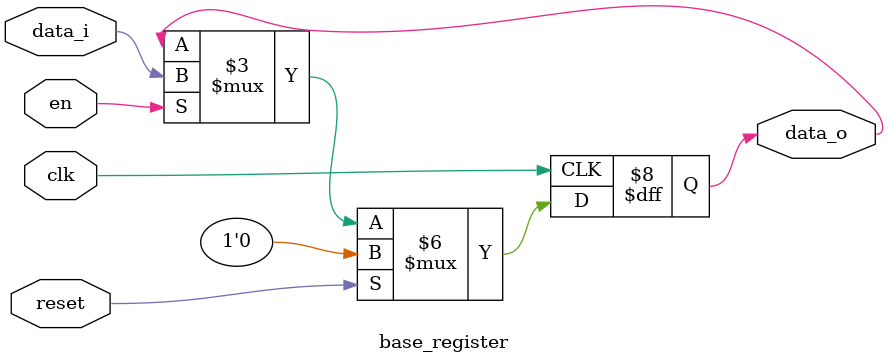
<source format=v>
`timescale 1ns / 1ps


module base_register #(
    parameter integer DATA_WIDTH = 1,
    parameter [DATA_WIDTH-1:0] RESET_VALUE = 0
) (
    input clk,
    input reset,
    input en,
    input [DATA_WIDTH-1:0] data_i,
    output reg [DATA_WIDTH-1:0] data_o
);
    always@(posedge clk) begin
        if (reset) begin
            data_o <= 0;
        end else if (en) begin
            data_o <= data_i;
        end else begin
            data_o <= data_o;
        end
    end
endmodule

</source>
